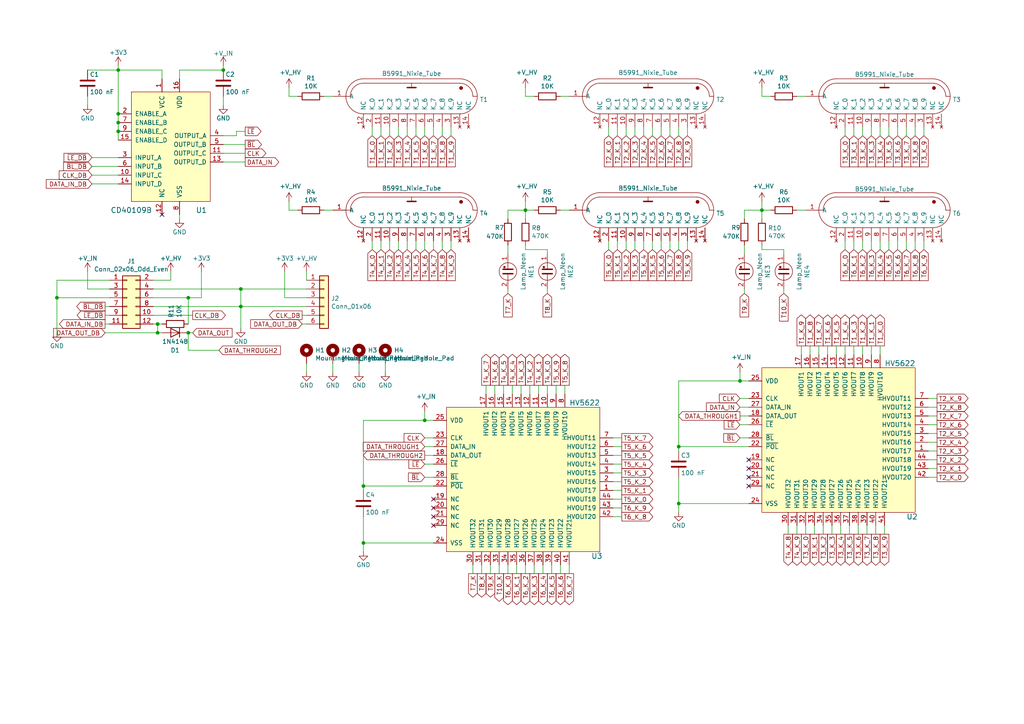
<source format=kicad_sch>
(kicad_sch (version 20231120) (generator "eeschema") (generator_version "8.0")
  (paper "A4")
  (junction (at 152.4 60.96))
  (junction (at 69.85 88.9))
  (junction (at 220.98 60.96))
  (junction (at 196.85 129.54))
  (junction (at 45.72 96.52))
  (junction (at 196.85 146.05))
  (junction (at 54.61 96.52))
  (junction (at 105.41 157.48))
  (junction (at 123.19 121.92))
  (junction (at 69.85 83.82))
  (junction (at 45.72 93.98))
  (junction (at 34.29 38.1))
  (junction (at 54.61 86.36))
  (junction (at 214.63 110.49))
  (junction (at 16.51 86.36))
  (junction (at 34.29 33.02))
  (junction (at 34.29 35.56))
  (junction (at 105.41 140.97))
  (junction (at 64.77 20.32))
  (junction (at 34.29 20.32))
  (no_connect (at 125.73 149.86))
  (no_connect (at 217.17 135.89))
  (no_connect (at 217.17 133.35))
  (no_connect (at 125.73 147.32))
  (no_connect (at 46.99 62.23))
  (no_connect (at 217.17 138.43))
  (no_connect (at 125.73 144.78))
  (no_connect (at 217.17 140.97))
  (no_connect (at 125.73 152.4))
  (wire (pts (xy 157.48 163.83) (xy 157.48 166.37)))
  (wire (pts (xy 153.67 114.3) (xy 153.67 111.76)))
  (wire (pts (xy 179.07 36.83) (xy 179.07 39.37)))
  (wire (pts (xy 115.57 72.39) (xy 115.57 69.85)))
  (wire (pts (xy 191.77 69.85) (xy 191.77 72.39)))
  (wire (pts (xy 87.63 93.98) (xy 88.9 93.98)))
  (wire (pts (xy 189.23 36.83) (xy 189.23 39.37)))
  (wire (pts (xy 130.81 72.39) (xy 130.81 69.85)))
  (wire (pts (xy 252.73 102.87) (xy 252.73 100.33)))
  (wire (pts (xy 163.83 114.3) (xy 163.83 111.76)))
  (wire (pts (xy 69.85 88.9) (xy 69.85 95.25)))
  (wire (pts (xy 25.4 30.48) (xy 25.4 27.94)))
  (wire (pts (xy 111.76 107.95) (xy 111.76 105.41)))
  (wire (pts (xy 256.54 152.4) (xy 256.54 154.94)))
  (wire (pts (xy 154.94 166.37) (xy 154.94 163.83)))
  (wire (pts (xy 231.14 60.96) (xy 233.68 60.96)))
  (wire (pts (xy 269.24 130.81) (xy 271.78 130.81)))
  (wire (pts (xy 149.86 166.37) (xy 149.86 163.83)))
  (wire (pts (xy 152.4 72.39) (xy 158.75 72.39)))
  (wire (pts (xy 105.41 121.92) (xy 123.19 121.92)))
  (wire (pts (xy 252.73 72.39) (xy 252.73 69.85)))
  (wire (pts (xy 152.4 58.42) (xy 152.4 60.96)))
  (wire (pts (xy 196.85 138.43) (xy 196.85 146.05)))
  (wire (pts (xy 144.78 166.37) (xy 144.78 163.83)))
  (wire (pts (xy 220.98 25.4) (xy 220.98 27.94)))
  (wire (pts (xy 147.32 63.5) (xy 147.32 60.96)))
  (wire (pts (xy 161.29 111.76) (xy 161.29 114.3)))
  (wire (pts (xy 34.29 20.32) (xy 34.29 33.02)))
  (wire (pts (xy 255.27 39.37) (xy 255.27 36.83)))
  (wire (pts (xy 227.33 83.82) (xy 227.33 85.09)))
  (wire (pts (xy 265.43 39.37) (xy 265.43 36.83)))
  (wire (pts (xy 64.77 27.94) (xy 64.77 30.48)))
  (wire (pts (xy 143.51 114.3) (xy 143.51 111.76)))
  (wire (pts (xy 181.61 39.37) (xy 181.61 36.83)))
  (wire (pts (xy 107.95 69.85) (xy 107.95 72.39)))
  (wire (pts (xy 177.8 149.86) (xy 180.34 149.86)))
  (wire (pts (xy 44.45 88.9) (xy 69.85 88.9)))
  (wire (pts (xy 227.33 72.39) (xy 227.33 73.66)))
  (wire (pts (xy 196.85 146.05) (xy 196.85 148.59)))
  (wire (pts (xy 123.19 121.92) (xy 125.73 121.92)))
  (wire (pts (xy 215.9 85.09) (xy 215.9 83.82)))
  (wire (pts (xy 180.34 132.08) (xy 177.8 132.08)))
  (wire (pts (xy 26.67 50.8) (xy 34.29 50.8)))
  (wire (pts (xy 220.98 72.39) (xy 227.33 72.39)))
  (wire (pts (xy 125.73 140.97) (xy 105.41 140.97)))
  (wire (pts (xy 34.29 19.05) (xy 34.29 20.32)))
  (wire (pts (xy 271.78 128.27) (xy 269.24 128.27)))
  (wire (pts (xy 69.85 83.82) (xy 88.9 83.82)))
  (wire (pts (xy 158.75 114.3) (xy 158.75 111.76)))
  (wire (pts (xy 177.8 139.7) (xy 180.34 139.7)))
  (wire (pts (xy 255.27 69.85) (xy 255.27 72.39)))
  (wire (pts (xy 110.49 39.37) (xy 110.49 36.83)))
  (wire (pts (xy 262.89 36.83) (xy 262.89 39.37)))
  (wire (pts (xy 125.73 157.48) (xy 105.41 157.48)))
  (wire (pts (xy 125.73 134.62) (xy 123.19 134.62)))
  (wire (pts (xy 176.53 39.37) (xy 176.53 36.83)))
  (wire (pts (xy 243.84 154.94) (xy 243.84 152.4)))
  (wire (pts (xy 152.4 25.4) (xy 152.4 27.94)))
  (wire (pts (xy 140.97 111.76) (xy 140.97 114.3)))
  (wire (pts (xy 25.4 83.82) (xy 25.4 78.74)))
  (wire (pts (xy 120.65 72.39) (xy 120.65 69.85)))
  (wire (pts (xy 123.19 127) (xy 125.73 127)))
  (wire (pts (xy 93.98 60.96) (xy 96.52 60.96)))
  (wire (pts (xy 87.63 91.44) (xy 88.9 91.44)))
  (wire (pts (xy 147.32 163.83) (xy 147.32 166.37)))
  (wire (pts (xy 125.73 129.54) (xy 123.19 129.54)))
  (wire (pts (xy 245.11 69.85) (xy 245.11 72.39)))
  (wire (pts (xy 146.05 111.76) (xy 146.05 114.3)))
  (wire (pts (xy 247.65 102.87) (xy 247.65 100.33)))
  (wire (pts (xy 64.77 20.32) (xy 64.77 19.05)))
  (wire (pts (xy 236.22 152.4) (xy 236.22 154.94)))
  (wire (pts (xy 152.4 163.83) (xy 152.4 166.37)))
  (wire (pts (xy 269.24 135.89) (xy 271.78 135.89)))
  (wire (pts (xy 125.73 39.37) (xy 125.73 36.83)))
  (wire (pts (xy 31.75 86.36) (xy 16.51 86.36)))
  (wire (pts (xy 271.78 123.19) (xy 269.24 123.19)))
  (wire (pts (xy 52.07 62.23) (xy 52.07 63.5)))
  (wire (pts (xy 255.27 100.33) (xy 255.27 102.87)))
  (wire (pts (xy 88.9 78.74) (xy 88.9 81.28)))
  (wire (pts (xy 125.73 72.39) (xy 125.73 69.85)))
  (wire (pts (xy 246.38 152.4) (xy 246.38 154.94)))
  (wire (pts (xy 180.34 137.16) (xy 177.8 137.16)))
  (wire (pts (xy 88.9 105.41) (xy 88.9 107.95)))
  (wire (pts (xy 252.73 36.83) (xy 252.73 39.37)))
  (wire (pts (xy 245.11 100.33) (xy 245.11 102.87)))
  (wire (pts (xy 118.11 69.85) (xy 118.11 72.39)))
  (wire (pts (xy 34.29 48.26) (xy 26.67 48.26)))
  (wire (pts (xy 31.75 91.44) (xy 30.48 91.44)))
  (wire (pts (xy 217.17 129.54) (xy 196.85 129.54)))
  (wire (pts (xy 271.78 133.35) (xy 269.24 133.35)))
  (wire (pts (xy 137.16 163.83) (xy 137.16 166.37)))
  (wire (pts (xy 147.32 85.09) (xy 147.32 83.82)))
  (wire (pts (xy 181.61 69.85) (xy 181.61 72.39)))
  (wire (pts (xy 130.81 39.37) (xy 130.81 36.83)))
  (wire (pts (xy 214.63 110.49) (xy 217.17 110.49)))
  (wire (pts (xy 158.75 72.39) (xy 158.75 73.66)))
  (wire (pts (xy 215.9 60.96) (xy 215.9 63.5)))
  (wire (pts (xy 245.11 39.37) (xy 245.11 36.83)))
  (wire (pts (xy 58.42 86.36) (xy 58.42 78.74)))
  (wire (pts (xy 215.9 71.12) (xy 215.9 73.66)))
  (wire (pts (xy 220.98 27.94) (xy 223.52 27.94)))
  (wire (pts (xy 147.32 71.12) (xy 147.32 73.66)))
  (wire (pts (xy 233.68 154.94) (xy 233.68 152.4)))
  (wire (pts (xy 115.57 39.37) (xy 115.57 36.83)))
  (wire (pts (xy 250.19 39.37) (xy 250.19 36.83)))
  (wire (pts (xy 16.51 86.36) (xy 16.51 81.28)))
  (wire (pts (xy 30.48 96.52) (xy 45.72 96.52)))
  (wire (pts (xy 44.45 83.82) (xy 69.85 83.82)))
  (wire (pts (xy 148.59 114.3) (xy 148.59 111.76)))
  (wire (pts (xy 232.41 100.33) (xy 232.41 102.87)))
  (wire (pts (xy 265.43 69.85) (xy 265.43 72.39)))
  (wire (pts (xy 68.58 39.37) (xy 68.58 38.1)))
  (wire (pts (xy 107.95 36.83) (xy 107.95 39.37)))
  (wire (pts (xy 196.85 130.81) (xy 196.85 129.54)))
  (wire (pts (xy 110.49 72.39) (xy 110.49 69.85)))
  (wire (pts (xy 46.99 96.52) (xy 45.72 96.52)))
  (wire (pts (xy 105.41 149.86) (xy 105.41 157.48)))
  (wire (pts (xy 240.03 100.33) (xy 240.03 102.87)))
  (wire (pts (xy 142.24 163.83) (xy 142.24 166.37)))
  (wire (pts (xy 31.75 81.28) (xy 16.51 81.28)))
  (wire (pts (xy 46.99 20.32) (xy 34.29 20.32)))
  (wire (pts (xy 152.4 27.94) (xy 154.94 27.94)))
  (wire (pts (xy 184.15 36.83) (xy 184.15 39.37)))
  (wire (pts (xy 260.35 69.85) (xy 260.35 72.39)))
  (wire (pts (xy 105.41 140.97) (xy 105.41 121.92)))
  (wire (pts (xy 44.45 91.44) (xy 55.88 91.44)))
  (wire (pts (xy 152.4 71.12) (xy 152.4 72.39)))
  (wire (pts (xy 26.67 45.72) (xy 34.29 45.72)))
  (wire (pts (xy 71.12 41.91) (xy 64.77 41.91)))
  (wire (pts (xy 88.9 86.36) (xy 82.55 86.36)))
  (wire (pts (xy 217.17 118.11) (xy 214.63 118.11)))
  (wire (pts (xy 196.85 110.49) (xy 214.63 110.49)))
  (wire (pts (xy 267.97 36.83) (xy 267.97 39.37)))
  (wire (pts (xy 220.98 58.42) (xy 220.98 60.96)))
  (wire (pts (xy 128.27 36.83) (xy 128.27 39.37)))
  (wire (pts (xy 177.8 144.78) (xy 180.34 144.78)))
  (wire (pts (xy 194.31 36.83) (xy 194.31 39.37)))
  (wire (pts (xy 177.8 134.62) (xy 180.34 134.62)))
  (wire (pts (xy 180.34 127) (xy 177.8 127)))
  (wire (pts (xy 152.4 60.96) (xy 154.94 60.96)))
  (wire (pts (xy 250.19 100.33) (xy 250.19 102.87)))
  (wire (pts (xy 269.24 125.73) (xy 271.78 125.73)))
  (wire (pts (xy 123.19 119.38) (xy 123.19 121.92)))
  (wire (pts (xy 220.98 63.5) (xy 220.98 60.96)))
  (wire (pts (xy 180.34 142.24) (xy 177.8 142.24)))
  (wire (pts (xy 69.85 88.9) (xy 88.9 88.9)))
  (wire (pts (xy 34.29 40.64) (xy 34.29 38.1)))
  (wire (pts (xy 271.78 138.43) (xy 269.24 138.43)))
  (wire (pts (xy 123.19 36.83) (xy 123.19 39.37)))
  (wire (pts (xy 82.55 86.36) (xy 82.55 78.74)))
  (wire (pts (xy 191.77 39.37) (xy 191.77 36.83)))
  (wire (pts (xy 83.82 27.94) (xy 86.36 27.94)))
  (wire (pts (xy 257.81 36.83) (xy 257.81 39.37)))
  (wire (pts (xy 83.82 25.4) (xy 83.82 27.94)))
  (wire (pts (xy 267.97 72.39) (xy 267.97 69.85)))
  (wire (pts (xy 16.51 96.52) (xy 16.51 86.36)))
  (wire (pts (xy 260.35 39.37) (xy 260.35 36.83)))
  (wire (pts (xy 31.75 83.82) (xy 25.4 83.82)))
  (wire (pts (xy 237.49 102.87) (xy 237.49 100.33)))
  (wire (pts (xy 234.95 100.33) (xy 234.95 102.87)))
  (wire (pts (xy 123.19 132.08) (xy 125.73 132.08)))
  (wire (pts (xy 251.46 152.4) (xy 251.46 154.94)))
  (wire (pts (xy 54.61 101.6) (xy 54.61 96.52)))
  (wire (pts (xy 162.56 27.94) (xy 165.1 27.94)))
  (wire (pts (xy 113.03 69.85) (xy 113.03 72.39)))
  (wire (pts (xy 179.07 72.39) (xy 179.07 69.85)))
  (wire (pts (xy 139.7 166.37) (xy 139.7 163.83)))
  (wire (pts (xy 214.63 120.65) (xy 217.17 120.65)))
  (wire (pts (xy 25.4 20.32) (xy 34.29 20.32)))
  (wire (pts (xy 120.65 39.37) (xy 120.65 36.83)))
  (wire (pts (xy 30.48 88.9) (xy 31.75 88.9)))
  (wire (pts (xy 189.23 72.39) (xy 189.23 69.85)))
  (wire (pts (xy 45.72 93.98) (xy 45.72 96.52)))
  (wire (pts (xy 105.41 142.24) (xy 105.41 140.97)))
  (wire (pts (xy 54.61 96.52) (xy 55.88 96.52)))
  (wire (pts (xy 54.61 101.6) (xy 63.5 101.6)))
  (wire (pts (xy 147.32 60.96) (xy 152.4 60.96)))
  (wire (pts (xy 30.48 93.98) (xy 31.75 93.98)))
  (wire (pts (xy 250.19 69.85) (xy 250.19 72.39)))
  (wire (pts (xy 156.21 111.76) (xy 156.21 114.3)))
  (wire (pts (xy 165.1 166.37) (xy 165.1 163.83)))
  (wire (pts (xy 151.13 111.76) (xy 151.13 114.3)))
  (wire (pts (xy 123.19 69.85) (xy 123.19 72.39)))
  (wire (pts (xy 196.85 39.37) (xy 196.85 36.83)))
  (wire (pts (xy 257.81 72.39) (xy 257.81 69.85)))
  (wire (pts (xy 128.27 69.85) (xy 128.27 72.39)))
  (wire (pts (xy 64.77 20.32) (xy 52.07 20.32)))
  (wire (pts (xy 34.29 35.56) (xy 34.29 33.02)))
  (wire (pts (xy 83.82 60.96) (xy 86.36 60.96)))
  (wire (pts (xy 123.19 138.43) (xy 125.73 138.43)))
  (wire (pts (xy 71.12 46.99) (xy 64.77 46.99)))
  (wire (pts (xy 220.98 60.96) (xy 215.9 60.96)))
  (wire (pts (xy 262.89 72.39) (xy 262.89 69.85)))
  (wire (pts (xy 271.78 118.11) (xy 269.24 118.11)))
  (wire (pts (xy 113.03 36.83) (xy 113.03 39.37)))
  (wire (pts (xy 52.07 22.86) (xy 52.07 20.32)))
  (wire (pts (xy 194.31 72.39) (xy 194.31 69.85)))
  (wire (pts (xy 217.17 123.19) (xy 214.63 123.19)))
  (wire (pts (xy 64.77 39.37) (xy 68.58 39.37)))
  (wire (pts (xy 186.69 39.37) (xy 186.69 36.83)))
  (wire (pts (xy 54.61 86.36) (xy 58.42 86.36)))
  (wire (pts (xy 34.29 53.34) (xy 26.67 53.34)))
  (wire (pts (xy 46.99 93.98) (xy 45.72 93.98)))
  (wire (pts (xy 220.98 71.12) (xy 220.98 72.39)))
  (wire (pts (xy 96.52 107.95) (xy 96.52 105.41)))
  (wire (pts (xy 83.82 58.42) (xy 83.82 60.96)))
  (wire (pts (xy 49.53 81.28) (xy 49.53 78.74)))
  (wire (pts (xy 247.65 36.83) (xy 247.65 39.37)))
  (wire (pts (xy 247.65 72.39) (xy 247.65 69.85)))
  (wire (pts (xy 248.92 154.94) (xy 248.92 152.4)))
  (wire (pts (xy 231.14 27.94) (xy 233.68 27.94)))
  (wire (pts (xy 105.41 157.48) (xy 105.41 160.02)))
  (wire (pts (xy 214.63 107.95) (xy 214.63 110.49)))
  (wire (pts (xy 269.24 115.57) (xy 271.78 115.57)))
  (wire (pts (xy 152.4 63.5) (xy 152.4 60.96)))
  (wire (pts (xy 162.56 163.83) (xy 162.56 166.37)))
  (wire (pts (xy 176.53 69.85) (xy 176.53 72.39)))
  (wire (pts (xy 177.8 129.54) (xy 180.34 129.54)))
  (wire (pts (xy 238.76 154.94) (xy 238.76 152.4)))
  (wire (pts (xy 71.12 44.45) (xy 64.77 44.45)))
  (wire (pts (xy 44.45 93.98) (xy 45.72 93.98)))
  (wire (pts (xy 162.56 60.96) (xy 165.1 60.96)))
  (wire (pts (xy 254 154.94) (xy 254 152.4)))
  (wire (pts (xy 44.45 81.28) (xy 49.53 81.28)))
  (wire (pts (xy 34.29 38.1) (xy 34.29 35.56)))
  (wire (pts (xy 118.11 36.83) (xy 118.11 39.37)))
  (wire (pts (xy 214.63 115.57) (xy 217.17 115.57)))
  (wire (pts (xy 231.14 152.4) (xy 231.14 154.94)))
  (wire (pts (xy 196.85 69.85) (xy 196.85 72.39)))
  (wire (pts (xy 69.85 83.82) (xy 69.85 88.9)))
  (wire (pts (xy 93.98 27.94) (xy 96.52 27.94)))
  (wire (pts (xy 199.39 72.39) (xy 199.39 69.85)))
  (wire (pts (xy 199.39 36.83) (xy 199.39 39.37)))
  (wire (pts (xy 158.75 83.82) (xy 158.75 85.09)))
  (wire (pts (xy 46.99 22.86) (xy 46.99 20.32)))
  (wire (pts (xy 186.69 69.85) (xy 186.69 72.39)))
  (wire (pts (xy 68.58 38.1) (xy 71.12 38.1)))
  (wire (pts (xy 54.61 93.98) (xy 54.61 86.36)))
  (wire (pts (xy 214.63 127) (xy 217.17 127)))
  (wire (pts (xy 242.57 102.87) (xy 242.57 100.33)))
  (wire (pts (xy 196.85 129.54) (xy 196.85 110.49)))
  (wire (pts (xy 180.34 147.32) (xy 177.8 147.32)))
  (wire (pts (xy 217.17 146.05) (xy 196.85 146.05)))
  (wire (pts (xy 228.6 154.94) (xy 228.6 152.4)))
  (wire (pts (xy 160.02 166.37) (xy 160.02 163.83)))
  (wire (pts (xy 184.15 72.39) (xy 184.15 69.85)))
  (wire (pts (xy 241.3 152.4) (xy 241.3 154.94)))
  (wire (pts (xy 104.14 105.41) (xy 104.14 107.95)))
  (wire (pts (xy 220.98 60.96) (xy 223.52 60.96)))
  (wire (pts (xy 269.24 120.65) (xy 271.78 120.65)))
  (wire (pts (xy 44.45 86.36) (xy 54.61 86.36)))
  (global_label "T6_K_6" (shape input) (at 260.35 72.39 270) (property "Intersheetrefs" "${INTERSHEET_REFS}" (effects (hide yes))))
  (global_label "~{LE_DB}" (shape output) (at 30.48 91.44 180) (property "Intersheetrefs" "${INTERSHEET_REFS}" (effects (hide yes))))
  (global_label "T1_K_7" (shape input) (at 125.73 39.37 270) (property "Intersheetrefs" "${INTERSHEET_REFS}" (effects (hide yes))))
  (global_label "CLK" (shape input) (at 123.19 127 180) (property "Intersheetrefs" "${INTERSHEET_REFS}" (effects (hide yes))))
  (global_label "~{LE}" (shape input) (at 123.19 134.62 180) (property "Intersheetrefs" "${INTERSHEET_REFS}" (effects (hide yes))))
  (global_label "T1_K_2" (shape output) (at 250.19 100.33 90) (property "Intersheetrefs" "${INTERSHEET_REFS}" (effects (hide yes))))
  (global_label "T9_K" (shape input) (at 215.9 85.09 270) (property "Intersheetrefs" "${INTERSHEET_REFS}" (effects (hide yes))))
  (global_label "T8_K" (shape input) (at 158.75 85.09 270) (property "Intersheetrefs" "${INTERSHEET_REFS}" (effects (hide yes))))
  (global_label "T3_K_8" (shape output) (at 254 154.94 270) (property "Intersheetrefs" "${INTERSHEET_REFS}" (effects (hide yes))))
  (global_label "T1_K_0" (shape output) (at 255.27 100.33 90) (property "Intersheetrefs" "${INTERSHEET_REFS}" (effects (hide yes))))
  (global_label "~{BL}" (shape input) (at 214.63 127 180) (property "Intersheetrefs" "${INTERSHEET_REFS}" (effects (hide yes))))
  (global_label "T8_K" (shape output) (at 139.7 166.37 270) (property "Intersheetrefs" "${INTERSHEET_REFS}" (effects (hide yes))))
  (global_label "T4_K_2" (shape output) (at 153.67 111.76 90) (property "Intersheetrefs" "${INTERSHEET_REFS}" (effects (hide yes))))
  (global_label "T2_K_4" (shape input) (at 186.69 39.37 270) (property "Intersheetrefs" "${INTERSHEET_REFS}" (effects (hide yes))))
  (global_label "T4_K_8" (shape input) (at 128.27 72.39 270) (property "Intersheetrefs" "${INTERSHEET_REFS}" (effects (hide yes))))
  (global_label "T5_K_3" (shape output) (at 180.34 137.16 0) (property "Intersheetrefs" "${INTERSHEET_REFS}" (effects (hide yes))))
  (global_label "T4_K_6" (shape output) (at 143.51 111.76 90) (property "Intersheetrefs" "${INTERSHEET_REFS}" (effects (hide yes))))
  (global_label "T5_K_8" (shape output) (at 163.83 111.76 90) (property "Intersheetrefs" "${INTERSHEET_REFS}" (effects (hide yes))))
  (global_label "T3_K_1" (shape input) (at 247.65 39.37 270) (property "Intersheetrefs" "${INTERSHEET_REFS}" (effects (hide yes))))
  (global_label "T1_K_0" (shape input) (at 107.95 39.37 270) (property "Intersheetrefs" "${INTERSHEET_REFS}" (effects (hide yes))))
  (global_label "T3_K_6" (shape input) (at 260.35 39.37 270) (property "Intersheetrefs" "${INTERSHEET_REFS}" (effects (hide yes))))
  (global_label "T5_K_5" (shape input) (at 189.23 72.39 270) (property "Intersheetrefs" "${INTERSHEET_REFS}" (effects (hide yes))))
  (global_label "T6_K_1" (shape output) (at 149.86 166.37 270) (property "Intersheetrefs" "${INTERSHEET_REFS}" (effects (hide yes))))
  (global_label "T6_K_5" (shape input) (at 257.81 72.39 270) (property "Intersheetrefs" "${INTERSHEET_REFS}" (effects (hide yes))))
  (global_label "T1_K_3" (shape output) (at 247.65 100.33 90) (property "Intersheetrefs" "${INTERSHEET_REFS}" (effects (hide yes))))
  (global_label "T6_K_9" (shape output) (at 180.34 147.32 0) (property "Intersheetrefs" "${INTERSHEET_REFS}" (effects (hide yes))))
  (global_label "DATA_IN" (shape output) (at 71.12 46.99 0) (property "Intersheetrefs" "${INTERSHEET_REFS}" (effects (hide yes))))
  (global_label "T10_K" (shape output) (at 144.78 166.37 270) (property "Intersheetrefs" "${INTERSHEET_REFS}" (effects (hide yes))))
  (global_label "T5_K_7" (shape output) (at 180.34 127 0) (property "Intersheetrefs" "${INTERSHEET_REFS}" (effects (hide yes))))
  (global_label "T2_K_9" (shape input) (at 199.39 39.37 270) (property "Intersheetrefs" "${INTERSHEET_REFS}" (effects (hide yes))))
  (global_label "CLK_DB" (shape input) (at 26.67 50.8 180) (property "Intersheetrefs" "${INTERSHEET_REFS}" (effects (hide yes))))
  (global_label "T2_K_0" (shape output) (at 271.78 138.43 0) (property "Intersheetrefs" "${INTERSHEET_REFS}" (effects (hide yes))))
  (global_label "T4_K_7" (shape output) (at 140.97 111.76 90) (property "Intersheetrefs" "${INTERSHEET_REFS}" (effects (hide yes))))
  (global_label "~{BL_DB}" (shape input) (at 26.67 48.26 180) (property "Intersheetrefs" "${INTERSHEET_REFS}" (effects (hide yes))))
  (global_label "T5_K_2" (shape input) (at 181.61 72.39 270) (property "Intersheetrefs" "${INTERSHEET_REFS}" (effects (hide yes))))
  (global_label "T3_K_7" (shape input) (at 262.89 39.37 270) (property "Intersheetrefs" "${INTERSHEET_REFS}" (effects (hide yes))))
  (global_label "T3_K_2" (shape input) (at 250.19 39.37 270) (property "Intersheetrefs" "${INTERSHEET_REFS}" (effects (hide yes))))
  (global_label "DATA_OUT_DB" (shape input) (at 87.63 93.98 180) (property "Intersheetrefs" "${INTERSHEET_REFS}" (effects (hide yes))))
  (global_label "T2_K_7" (shape output) (at 271.78 120.65 0) (property "Intersheetrefs" "${INTERSHEET_REFS}" (effects (hide yes))))
  (global_label "T4_K_0" (shape output) (at 158.75 111.76 90) (property "Intersheetrefs" "${INTERSHEET_REFS}" (effects (hide yes))))
  (global_label "DATA_THROUGH2" (shape output) (at 123.19 132.08 180) (property "Intersheetrefs" "${INTERSHEET_REFS}" (effects (hide yes))))
  (global_label "DATA_THROUGH1" (shape input) (at 123.19 129.54 180) (property "Intersheetrefs" "${INTERSHEET_REFS}" (effects (hide yes))))
  (global_label "T6_K_1" (shape input) (at 247.65 72.39 270) (property "Intersheetrefs" "${INTERSHEET_REFS}" (effects (hide yes))))
  (global_label "T5_K_5" (shape output) (at 180.34 132.08 0) (property "Intersheetrefs" "${INTERSHEET_REFS}" (effects (hide yes))))
  (global_label "T3_K_4" (shape input) (at 255.27 39.37 270) (property "Intersheetrefs" "${INTERSHEET_REFS}" (effects (hide yes))))
  (global_label "T6_K_3" (shape input) (at 252.73 72.39 270) (property "Intersheetrefs" "${INTERSHEET_REFS}" (effects (hide yes))))
  (global_label "T1_K_5" (shape input) (at 120.65 39.37 270) (property "Intersheetrefs" "${INTERSHEET_REFS}" (effects (hide yes))))
  (global_label "T5_K_0" (shape output) (at 180.34 144.78 0) (property "Intersheetrefs" "${INTERSHEET_REFS}" (effects (hide yes))))
  (global_label "T6_K_7" (shape output) (at 165.1 166.37 270) (property "Intersheetrefs" "${INTERSHEET_REFS}" (effects (hide yes))))
  (global_label "DATA_IN_DB" (shape input) (at 26.67 53.34 180) (property "Intersheetrefs" "${INTERSHEET_REFS}" (effects (hide yes))))
  (global_label "T5_K_0" (shape input) (at 176.53 72.39 270) (property "Intersheetrefs" "${INTERSHEET_REFS}" (effects (hide yes))))
  (global_label "T2_K_2" (shape input) (at 181.61 39.37 270) (property "Intersheetrefs" "${INTERSHEET_REFS}" (effects (hide yes))))
  (global_label "T2_K_8" (shape input) (at 196.85 39.37 270) (property "Intersheetrefs" "${INTERSHEET_REFS}" (effects (hide yes))))
  (global_label "T5_K_9" (shape output) (at 161.29 111.76 90) (property "Intersheetrefs" "${INTERSHEET_REFS}" (effects (hide yes))))
  (global_label "T3_K_0" (shape input) (at 245.11 39.37 270) (property "Intersheetrefs" "${INTERSHEET_REFS}" (effects (hide yes))))
  (global_label "T6_K_4" (shape output) (at 157.48 166.37 270) (property "Intersheetrefs" "${INTERSHEET_REFS}" (effects (hide yes))))
  (global_label "T5_K_4" (shape input) (at 186.69 72.39 270) (property "Intersheetrefs" "${INTERSHEET_REFS}" (effects (hide yes))))
  (global_label "T6_K_2" (shape output) (at 152.4 166.37 270) (property "Intersheetrefs" "${INTERSHEET_REFS}" (effects (hide yes))))
  (global_label "T4_K_3" (shape output) (at 151.13 111.76 90) (property "Intersheetrefs" "${INTERSHEET_REFS}" (effects (hide yes))))
  (global_label "T6_K_0" (shape input) (at 245.11 72.39 270) (property "Intersheetrefs" "${INTERSHEET_REFS}" (effects (hide yes))))
  (global_label "T1_K_5" (shape output) (at 242.57 100.33 90) (property "Intersheetrefs" "${INTERSHEET_REFS}" (effects (hide yes))))
  (global_label "DATA_THROUGH1" (shape output) (at 214.63 120.65 180) (property "Intersheetrefs" "${INTERSHEET_REFS}" (effects (hide yes))))
  (global_label "DATA_OUT" (shape input) (at 55.88 96.52 0) (property "Intersheetrefs" "${INTERSHEET_REFS}" (effects (hide yes))))
  (global_label "T1_K_1" (shape input) (at 110.49 39.37 270) (property "Intersheetrefs" "${INTERSHEET_REFS}" (effects (hide yes))))
  (global_label "T2_K_5" (shape output) (at 271.78 125.73 0) (property "Intersheetrefs" "${INTERSHEET_REFS}" (effects (hide yes))))
  (global_label "T1_K_8" (shape output) (at 234.95 100.33 90) (property "Intersheetrefs" "${INTERSHEET_REFS}" (effects (hide yes))))
  (global_label "T6_K_5" (shape output) (at 160.02 166.37 270) (property "Intersheetrefs" "${INTERSHEET_REFS}" (effects (hide yes))))
  (global_label "T7_K" (shape input) (at 147.32 85.09 270) (property "Intersheetrefs" "${INTERSHEET_REFS}" (effects (hide yes))))
  (global_label "T1_K_1" (shape output) (at 252.73 100.33 90) (property "Intersheetrefs" "${INTERSHEET_REFS}" (effects (hide yes))))
  (global_label "T9_K" (shape output) (at 142.24 166.37 270) (property "Intersheetrefs" "${INTERSHEET_REFS}" (effects (hide yes))))
  (global_label "T3_K_9" (shape input) (at 267.97 39.37 270) (property "Intersheetrefs" "${INTERSHEET_REFS}" (effects (hide yes))))
  (global_label "T4_K_4" (shape input) (at 118.11 72.39 270) (property "Intersheetrefs" "${INTERSHEET_REFS}" (effects (hide yes))))
  (global_label "T4_K_7" (shape input) (at 125.73 72.39 270) (property "Intersheetrefs" "${INTERSHEET_REFS}" (effects (hide yes))))
  (global_label "CLK" (shape input) (at 214.63 115.57 180) (property "Intersheetrefs" "${INTERSHEET_REFS}" (effects (hide yes))))
  (global_label "T4_K_1" (shape output) (at 156.21 111.76 90) (property "Intersheetrefs" "${INTERSHEET_REFS}" (effects (hide yes))))
  (global_label "T2_K_0" (shape input) (at 176.53 39.37 270) (property "Intersheetrefs" "${INTERSHEET_REFS}" (effects (hide yes))))
  (global_label "T6_K_9" (shape input) (at 267.97 72.39 270) (property "Intersheetrefs" "${INTERSHEET_REFS}" (effects (hide yes))))
  (global_label "T1_K_4" (shape input) (at 118.11 39.37 270) (property "Intersheetrefs" "${INTERSHEET_REFS}" (effects (hide yes))))
  (global_label "T7_K" (shape output) (at 137.16 166.37 270) (property "Intersheetrefs" "${INTERSHEET_REFS}" (effects (hide yes))))
  (global_label "T3_K_1" (shape output) (at 236.22 154.94 270) (property "Intersheetrefs" "${INTERSHEET_REFS}" (effects (hide yes))))
  (global_label "T4_K_8" (shape output) (at 228.6 154.94 270) (property "Intersheetrefs" "${INTERSHEET_REFS}" (effects (hide yes))))
  (global_label "T4_K_9" (shape output) (at 231.14 154.94 270) (property "Intersheetrefs" "${INTERSHEET_REFS}" (effects (hide yes))))
  (global_label "T2_K_1" (shape output) (at 271.78 135.89 0) (property "Intersheetrefs" "${INTERSHEET_REFS}" (effects (hide yes))))
  (global_label "DATA_IN" (shape input) (at 214.63 118.11 180) (property "Intersheetrefs" "${INTERSHEET_REFS}" (effects (hide yes))))
  (global_label "T4_K_9" (shape input) (at 130.81 72.39 270) (property "Intersheetrefs" "${INTERSHEET_REFS}" (effects (hide yes))))
  (global_label "T4_K_2" (shape input) (at 113.03 72.39 270) (property "Intersheetrefs" "${INTERSHEET_REFS}" (effects (hide yes))))
  (global_label "~{BL}" (shape output) (at 71.12 41.91 0) (property "Intersheetrefs" "${INTERSHEET_REFS}" (effects (hide yes))))
  (global_label "DATA_THROUGH2" (shape input) (at 63.5 101.6 0) (property "Intersheetrefs" "${INTERSHEET_REFS}" (effects (hide yes))))
  (global_label "T5_K_2" (shape output) (at 180.34 139.7 0) (property "Intersheetrefs" "${INTERSHEET_REFS}" (effects (hide yes))))
  (global_label "T4_K_5" (shape input) (at 120.65 72.39 270) (property "Intersheetrefs" "${INTERSHEET_REFS}" (effects (hide yes))))
  (global_label "T3_K_0" (shape output) (at 233.68 154.94 270) (property "Intersheetrefs" "${INTERSHEET_REFS}" (effects (hide yes))))
  (global_label "T2_K_2" (shape output) (at 271.78 133.35 0) (property "Intersheetrefs" "${INTERSHEET_REFS}" (effects (hide yes))))
  (global_label "T2_K_3" (shape output) (at 271.78 130.81 0) (property "Intersheetrefs" "${INTERSHEET_REFS}" (effects (hide yes))))
  (global_label "T6_K_3" (shape output) (at 154.94 166.37 270) (property "Intersheetrefs" "${INTERSHEET_REFS}" (effects (hide yes))))
  (global_label "T6_K_7" (shape input) (at 262.89 72.39 270) (property "Intersheetrefs" "${INTERSHEET_REFS}" (effects (hide yes))))
  (global_label "CLK" (shape output) (at 71.12 44.45 0) (property "Intersheetrefs" "${INTERSHEET_REFS}" (effects (hide yes))))
  (global_label "T2_K_4" (shape output) (at 271.78 128.27 0) (property "Intersheetrefs" "${INTERSHEET_REFS}" (effects (hide yes))))
  (global_label "T4_K_1" (shape input) (at 110.49 72.39 270) (property "Intersheetrefs" "${INTERSHEET_REFS}" (effects (hide yes))))
  (global_label "T3_K_3" (shape output) (at 241.3 154.94 270) (property "Intersheetrefs" "${INTERSHEET_REFS}" (effects (hide yes))))
  (global_label "T5_K_7" (shape input) (at 194.31 72.39 270) (property "Intersheetrefs" "${INTERSHEET_REFS}" (effects (hide yes))))
  (global_label "T6_K_0" (shape output) (at 147.32 166.37 270) (property "Intersheetrefs" "${INTERSHEET_REFS}" (effects (hide yes))))
  (global_label "T6_K_6" (shape output) (at 162.56 166.37 270) (property "Intersheetrefs" "${INTERSHEET_REFS}" (effects (hide yes))))
  (global_label "T6_K_8" (shape output) (at 180.34 149.86 0) (property "Intersheetrefs" "${INTERSHEET_REFS}" (effects (hide yes))))
  (global_label "T4_K_6" (shape input) (at 123.19 72.39 270) (property "Intersheetrefs" "${INTERSHEET_REFS}" (effects (hide yes))))
  (global_label "T1_K_2" (shape input) (at 113.03 39.37 270) (property "Intersheetrefs" "${INTERSHEET_REFS}" (effects (hide yes))))
  (global_label "T6_K_4" (shape input) (at 255.27 72.39 270) (property "Intersheetrefs" "${INTERSHEET_REFS}" (effects (hide yes))))
  (global_label "T5_K_6" (shape output) (at 180.34 129.54 0) (property "Intersheetrefs" "${INTERSHEET_REFS}" (effects (hide yes))))
  (global_label "T1_K_3" (shape input) (at 115.57 39.37 270) (property "Intersheetrefs" "${INTERSHEET_REFS}" (effects (hide yes))))
  (global_label "T5_K_8" (shape input) (at 196.85 72.39 270) (property "Intersheetrefs" "${INTERSHEET_REFS}" (effects (hide yes))))
  (global_label "T5_K_4" (shape output) (at 180.34 134.62 0) (property "Intersheetrefs" "${INTERSHEET_REFS}" (effects (hide yes))))
  (global_label "CLK_DB" (shape output) (at 55.88 91.44 0) (property "Intersheetrefs" "${INTERSHEET_REFS}" (effects (hide yes))))
  (global_label "T2_K_1" (shape input) (at 179.07 39.37 270) (property "Intersheetrefs" "${INTERSHEET_REFS}" (effects (hide yes))))
  (global_label "T2_K_6" (shape output) (at 271.78 123.19 0) (property "Intersheetrefs" "${INTERSHEET_REFS}" (effects (hide yes))))
  (global_label "T4_K_3" (shape input) (at 115.57 72.39 270) (property "Intersheetrefs" "${INTERSHEET_REFS}" (effects (hide yes))))
  (global_label "T1_K_6" (shape output) (at 240.03 100.33 90) (property "Intersheetrefs" "${INTERSHEET_REFS}" (effects (hide yes))))
  (global_label "T10_K" (shape input) (at 227.33 85.09 270) (property "Intersheetrefs" "${INTERSHEET_REFS}" (effects (hide yes))))
  (global_label "T4_K_5" (shape output) (at 146.05 111.76 90) (property "Intersheetrefs" "${INTERSHEET_REFS}" (effects (hide yes))))
  (global_label "T1_K_4" (shape output) (at 245.11 100.33 90) (property "Intersheetrefs" "${INTERSHEET_REFS}" (effects (hide yes))))
  (global_label "T2_K_6" (shape input) (at 191.77 39.37 270) (property "Intersheetrefs" "${INTERSHEET_REFS}" (effects (hide yes))))
  (global_label "T5_K_6" (shape input) (at 191.77 72.39 270) (property "Intersheetrefs" "${INTERSHEET_REFS}" (effects (hide yes))))
  (global_label "T5_K_1" (shape output) (at 180.34 142.24 0) (property "Intersheetrefs" "${INTERSHEET_REFS}" (effects (hide yes))))
  (global_label "T3_K_8" (shape input) (at 265.43 39.37 270) (property "Intersheetrefs" "${INTERSHEET_REFS}" (effects (hide yes))))
  (global_label "T4_K_4" (shape output) (at 148.59 111.76 90) (property "Intersheetrefs" "${INTERSHEET_REFS}" (effects (hide yes))))
  (global_label "DATA_OUT_DB" (shape input) (at 30.48 96.52 180) (property "Intersheetrefs" "${INTERSHEET_REFS}" (effects (hide yes))))
  (global_label "T5_K_9" (shape input) (at 199.39 72.39 270) (property "Intersheetrefs" "${INTERSHEET_REFS}" (effects (hide yes))))
  (global_label "T3_K_5" (shape input) (at 257.81 39.37 270) (property "Intersheetrefs" "${INTERSHEET_REFS}" (effects (hide yes))))
  (global_label "~{BL_DB}" (shape output) (at 30.48 88.9 180) (property "Intersheetrefs" "${INTERSHEET_REFS}" (effects (hide yes))))
  (global_label "~{LE_DB}" (shape input) (at 26.67 45.72 180) (property "Intersheetrefs" "${INTERSHEET_REFS}" (effects (hide yes))))
  (global_label "T5_K_1" (shape input) (at 179.07 72.39 270) (property "Intersheetrefs" "${INTERSHEET_REFS}" (effects (hide yes))))
  (global_label "T1_K_9" (shape input) (at 130.81 39.37 270) (property "Intersheetrefs" "${INTERSHEET_REFS}" (effects (hide yes))))
  (global_label "T3_K_5" (shape output) (at 246.38 154.94 270) (property "Intersheetrefs" "${INTERSHEET_REFS}" (effects (hide yes))))
  (global_label "T4_K_0" (shape input) (at 107.95 72.39 270) (property "Intersheetrefs" "${INTERSHEET_REFS}" (effects (hide yes))))
  (global_label "T3_K_7" (shape output) (at 251.46 154.94 270) (property "Intersheetrefs" "${INTERSHEET_REFS}" (effects (hide yes))))
  (global_label "T3_K_2" (shape output) (at 238.76 154.94 270) (property "Intersheetrefs" "${INTERSHEET_REFS}" (effects (hide yes))))
  (global_label "T2_K_7" (shape input) (at 194.31 39.37 270) (property "Intersheetrefs" "${INTERSHEET_REFS}" (effects (hide yes))))
  (global_label "T1_K_6" (shape input) (at 123.19 39.37 270) (property "Intersheetrefs" "${INTERSHEET_REFS}" (effects (hide yes))))
  (global_label "~{BL}" (shape input) (at 123.19 138.43 180) (property "Intersheetrefs" "${INTERSHEET_REFS}" (effects (hide yes))))
  (global_label "T1_K_8" (shape input) (at 128.27 39.37 270) (property "Intersheetrefs" "${INTERSHEET_REFS}" (effects (hide yes))))
  (global_label "T1_K_9" (shape output) (at 232.41 100.33 90) (property "Intersheetrefs" "${INTERSHEET_REFS}" (effects (hide yes))))
  (global_label "~{LE}" (shape output) (at 71.12 38.1 0) (property "Intersheetrefs" "${INTERSHEET_REFS}" (effects (hide yes))))
  (global_label "T3_K_9" (shape output) (at 256.54 154.94 270) (property "Intersheetrefs" "${INTERSHEET_REFS}" (effects (hide yes))))
  (global_label "T5_K_3" (shape input) (at 184.15 72.39 270) (property "Intersheetrefs" "${INTERSHEET_REFS}" (effects (hide yes))))
  (global_label "T2_K_3" (shape input) (at 184.15 39.37 270) (property "Intersheetrefs" "${INTERSHEET_REFS}" (effects (hide yes))))
  (global_label "T3_K_4" (shape output) (at 243.84 154.94 270) (property "Intersheetrefs" "${INTERSHEET_REFS}" (effects (hide yes))))
  (global_label "T6_K_2" (shape input) (at 250.19 72.39 270) (property "Intersheetrefs" "${INTERSHEET_REFS}" (effects (hide yes))))
  (global_label "T2_K_5" (shape input) (at 189.23 39.37 270) (property "Intersheetrefs" "${INTERSHEET_REFS}" (effects (hide yes))))
  (global_label "T6_K_8" (shape input) (at 265.43 72.39 270) (property "Intersheetrefs" "${INTERSHEET_REFS}" (effects (hide yes))))
  (global_label "T3_K_6" (shape output) (at 248.92 154.94 270) (property "Intersheetrefs" "${INTERSHEET_REFS}" (effects (hide yes))))
  (global_label "T3_K_3" (shape input) (at 252.73 39.37 270) (property "Intersheetrefs" "${INTERSHEET_REFS}" (effects (hide yes))))
  (global_label "T2_K_9" (shape output) (at 271.78 115.57 0) (property "Intersheetrefs" "${INTERSHEET_REFS}" (effects (hide yes))))
  (global_label "CLK_DB" (shape output) (at 87.63 91.44 180) (property "Intersheetrefs" "${INTERSHEET_REFS}" (effects (hide yes))))
  (global_label "T1_K_7" (shape output) (at 237.49 100.33 90) (property "Intersheetrefs" "${INTERSHEET_REFS}" (effects (hide yes))))
  (global_label "T2_K_8" (shape output) (at 271.78 118.11 0) (property "Intersheetrefs" "${INTERSHEET_REFS}" (effects (hide yes))))
  (global_label "DATA_IN_DB" (shape output) (at 30.48 93.98 180) (property "Intersheetrefs" "${INTERSHEET_REFS}" (effects (hide yes))))
  (global_label "~{LE}" (shape input) (at 214.63 123.19 180) (property "Intersheetrefs" "${INTERSHEET_REFS}" (effects (hide yes))))
  (symbol (lib_id "Device:C") (at 25.4 24.13 0) (unit 1)
    (property "Reference" "C1" (at 26.035 21.59 0) (effects (justify left)))
    (property "Value" "100 nF" (at 26.035 26.67 0) (effects (justify left)))
    (property "Footprint" "Capacitor_SMD:C_0805_2012Metric" (effects (hide yes)))
  )
  (symbol (lib_id "Device:C") (at 64.77 24.13 0) (unit 1)
    (property "Reference" "C2" (at 65.405 21.59 0) (effects (justify left)))
    (property "Value" "100 nF" (at 65.405 26.67 0) (effects (justify left)))
    (property "Footprint" "Capacitor_SMD:C_0805_2012Metric" (effects (hide yes)))
  )
  (symbol (lib_id "B5991-rescue:GND-power") (at 52.07 63.5 0) (unit 1)
    (property "Reference" "#PWR011" (effects (hide yes)))
    (property "Value" "GND" (at 52.07 67.31 0))
  )
  (symbol (lib_id "B5991-rescue:GND-power") (at 25.4 30.48 0) (unit 1)
    (property "Reference" "#PWR06" (effects (hide yes)))
    (property "Value" "GND" (at 25.4 34.29 0))
  )
  (symbol (lib_id "B5991-rescue:+V_IN-TubeClock") (at 64.77 19.05 0) (unit 1)
    (property "Reference" "#PWR02" (effects (hide yes)))
    (property "Value" "+V_IN" (at 64.77 15.494 0))
  )
  (symbol (lib_id "B5991-rescue:CD40109B-TubeClock") (at 49.53 43.18 0) (unit 1)
    (property "Reference" "U1" (at 58.42 60.96 0) (effects (font (size 1.524 1.524))))
    (property "Value" "CD40109B" (at 38.1 60.96 0) (effects (font (size 1.524 1.524))))
    (property "Footprint" "Package_SO:SOIC-16W_5.3x10.2mm_P1.27mm" (effects (hide yes)))
  )
  (symbol (lib_id "B5991-rescue:HV5622-TubeClock") (at 152.4 138.43 0) (unit 1)
    (property "Reference" "U3" (at 171.45 161.29 0) (effects (font (size 1.524 1.524)) (justify left)))
    (property "Value" "HV5622" (at 165.1 116.84 0) (effects (font (size 1.524 1.524)) (justify left)))
    (property "Footprint" "Package_LCC:PLCC-44_16.6x16.6mm_P1.27mm" (effects (hide yes)))
  )
  (symbol (lib_id "B5991-rescue:HV5622-TubeClock") (at 243.84 127 0) (unit 1)
    (property "Reference" "U2" (at 262.89 149.86 0) (effects (font (size 1.524 1.524)) (justify left)))
    (property "Value" "HV5622" (at 256.54 105.41 0) (effects (font (size 1.524 1.524)) (justify left)))
    (property "Footprint" "Package_LCC:PLCC-44_16.6x16.6mm_P1.27mm" (effects (hide yes)))
  )
  (symbol (lib_id "B5991-rescue:GND-power") (at 64.77 30.48 0) (unit 1)
    (property "Reference" "#PWR07" (effects (hide yes)))
    (property "Value" "GND" (at 64.77 34.29 0))
  )
  (symbol (lib_id "Device:R") (at 90.17 27.94 270) (unit 1)
    (property "Reference" "R1" (at 90.17 22.6822 90))
    (property "Value" "10K" (at 90.17 24.9936 90))
    (property "Footprint" "Resistor_SMD:R_1206_3216Metric" (effects (hide yes)))
  )
  (symbol (lib_id "B5991-rescue:+V_HV-TubeClock") (at 83.82 25.4 0) (unit 1)
    (property "Reference" "#PWR03" (effects (hide yes)))
    (property "Value" "+V_HV" (at 84.201 21.0058 0))
  )
  (symbol (lib_id "Device:R") (at 158.75 27.94 270) (unit 1)
    (property "Reference" "R2" (at 158.75 22.6822 90))
    (property "Value" "10K" (at 158.75 24.9936 90))
    (property "Footprint" "Resistor_SMD:R_1206_3216Metric" (effects (hide yes)))
  )
  (symbol (lib_id "B5991-rescue:+V_HV-TubeClock") (at 152.4 25.4 0) (unit 1)
    (property "Reference" "#PWR04" (effects (hide yes)))
    (property "Value" "+V_HV" (at 152.781 21.0058 0))
  )
  (symbol (lib_id "Device:R") (at 90.17 60.96 270) (unit 1)
    (property "Reference" "R4" (at 90.17 55.7022 90))
    (property "Value" "10K" (at 90.17 58.0136 90))
    (property "Footprint" "Resistor_SMD:R_1206_3216Metric" (effects (hide yes)))
  )
  (symbol (lib_id "B5991-rescue:+V_HV-TubeClock") (at 83.82 58.42 0) (unit 1)
    (property "Reference" "#PWR08" (effects (hide yes)))
    (property "Value" "+V_HV" (at 84.201 54.0258 0))
  )
  (symbol (lib_id "Device:Lamp_Neon") (at 147.32 78.74 180) (unit 1)
    (property "Reference" "NE1" (at 154.051 78.74 90))
    (property "Value" "Lamp_Neon" (at 151.7396 78.74 90))
    (property "Footprint" "Connector_PinSocket_2.54mm:PinSocket_1x02_P2.54mm_Vertical" (effects (hide yes)))
  )
  (symbol (lib_id "Device:R") (at 147.32 67.31 180) (unit 1)
    (property "Reference" "R7" (at 143.51 66.04 0) (effects (justify right)))
    (property "Value" "470K" (at 140.97 68.58 0) (effects (justify right)))
    (property "Footprint" "Resistor_SMD:R_1206_3216Metric" (effects (hide yes)))
  )
  (symbol (lib_id "Device:R") (at 158.75 60.96 270) (unit 1)
    (property "Reference" "R5" (at 158.75 55.7022 90))
    (property "Value" "10K" (at 158.75 58.0136 90))
    (property "Footprint" "Resistor_SMD:R_1206_3216Metric" (effects (hide yes)))
  )
  (symbol (lib_id "B5991-rescue:+V_HV-TubeClock") (at 152.4 58.42 0) (unit 1)
    (property "Reference" "#PWR09" (effects (hide yes)))
    (property "Value" "+V_HV" (at 152.781 54.0258 0))
  )
  (symbol (lib_id "Device:Lamp_Neon") (at 158.75 78.74 180) (unit 1)
    (property "Reference" "NE2" (at 165.481 78.74 90))
    (property "Value" "Lamp_Neon" (at 163.1696 78.74 90))
    (property "Footprint" "Connector_PinSocket_2.54mm:PinSocket_1x02_P2.54mm_Vertical" (effects (hide yes)))
  )
  (symbol (lib_id "Device:R") (at 152.4 67.31 180) (unit 1)
    (property "Reference" "R8" (at 154.178 66.1416 0) (effects (justify right)))
    (property "Value" "470K" (at 154.178 68.453 0) (effects (justify right)))
    (property "Footprint" "Resistor_SMD:R_1206_3216Metric" (effects (hide yes)))
  )
  (symbol (lib_id "Mechanical:MountingHole_Pad") (at 88.9 102.87 0) (unit 1)
    (property "Reference" "H1" (at 91.44 101.5746 0) (effects (justify left)))
    (property "Value" "MountingHole_Pad" (at 91.44 103.886 0) (effects (justify left)))
    (property "Footprint" "MountingHole:MountingHole_3.2mm_M3_Pad_Via" (effects (hide yes)))
  )
  (symbol (lib_id "Mechanical:MountingHole_Pad") (at 96.52 102.87 0) (unit 1)
    (property "Reference" "H2" (at 99.06 101.5746 0) (effects (justify left)))
    (property "Value" "MountingHole_Pad" (at 99.06 103.886 0) (effects (justify left)))
    (property "Footprint" "MountingHole:MountingHole_3.2mm_M3_Pad_Via" (effects (hide yes)))
  )
  (symbol (lib_id "Mechanical:MountingHole_Pad") (at 104.14 102.87 0) (unit 1)
    (property "Reference" "H3" (at 106.68 101.5746 0) (effects (justify left)))
    (property "Value" "MountingHole_Pad" (at 106.68 103.886 0) (effects (justify left)))
    (property "Footprint" "MountingHole:MountingHole_3.2mm_M3_Pad_Via" (effects (hide yes)))
  )
  (symbol (lib_id "Mechanical:MountingHole_Pad") (at 111.76 102.87 0) (unit 1)
    (property "Reference" "H4" (at 114.3 101.5746 0) (effects (justify left)))
    (property "Value" "MountingHole_Pad" (at 114.3 103.886 0) (effects (justify left)))
    (property "Footprint" "MountingHole:MountingHole_3.2mm_M3_Pad_Via" (effects (hide yes)))
  )
  (symbol (lib_id "B5991-rescue:GND-power") (at 88.9 107.95 0) (unit 1)
    (property "Reference" "#PWR019" (effects (hide yes)))
    (property "Value" "GND" (at 88.9 111.76 0))
  )
  (symbol (lib_id "B5991-rescue:GND-power") (at 96.52 107.95 0) (unit 1)
    (property "Reference" "#PWR020" (effects (hide yes)))
    (property "Value" "GND" (at 96.52 111.76 0))
  )
  (symbol (lib_id "B5991-rescue:GND-power") (at 104.14 107.95 0) (unit 1)
    (property "Reference" "#PWR021" (effects (hide yes)))
    (property "Value" "GND" (at 104.14 111.76 0))
  )
  (symbol (lib_id "B5991-rescue:GND-power") (at 111.76 107.95 0) (unit 1)
    (property "Reference" "#PWR022" (effects (hide yes)))
    (property "Value" "GND" (at 111.76 111.76 0))
  )
  (symbol (lib_id "Device:R") (at 227.33 27.94 270) (unit 1)
    (property "Reference" "R3" (at 227.33 22.6822 90))
    (property "Value" "10K" (at 227.33 24.9936 90))
    (property "Footprint" "Resistor_SMD:R_1206_3216Metric" (effects (hide yes)))
  )
  (symbol (lib_id "B5991-rescue:+V_HV-TubeClock") (at 220.98 25.4 0) (unit 1)
    (property "Reference" "#PWR05" (effects (hide yes)))
    (property "Value" "+V_HV" (at 221.361 21.0058 0))
  )
  (symbol (lib_id "Device:Lamp_Neon") (at 215.9 78.74 180) (unit 1)
    (property "Reference" "NE3" (at 222.631 78.74 90))
    (property "Value" "Lamp_Neon" (at 220.3196 78.74 90))
    (property "Footprint" "Connector_PinSocket_2.54mm:PinSocket_1x02_P2.54mm_Vertical" (effects (hide yes)))
  )
  (symbol (lib_id "Device:R") (at 215.9 67.31 180) (unit 1)
    (property "Reference" "R9" (at 212.09 66.04 0) (effects (justify right)))
    (property "Value" "470K" (at 209.55 68.58 0) (effects (justify right)))
    (property "Footprint" "Resistor_SMD:R_1206_3216Metric" (effects (hide yes)))
  )
  (symbol (lib_id "Device:R") (at 227.33 60.96 270) (unit 1)
    (property "Reference" "R6" (at 227.33 55.7022 90))
    (property "Value" "10K" (at 227.33 58.0136 90))
    (property "Footprint" "Resistor_SMD:R_1206_3216Metric" (effects (hide yes)))
  )
  (symbol (lib_id "B5991-rescue:+V_HV-TubeClock") (at 220.98 58.42 0) (unit 1)
    (property "Reference" "#PWR010" (effects (hide yes)))
    (property "Value" "+V_HV" (at 221.361 54.0258 0))
  )
  (symbol (lib_id "Device:Lamp_Neon") (at 227.33 78.74 180) (unit 1)
    (property "Reference" "NE4" (at 234.061 78.74 90))
    (property "Value" "Lamp_Neon" (at 231.7496 78.74 90))
    (property "Footprint" "Connector_PinSocket_2.54mm:PinSocket_1x02_P2.54mm_Vertical" (effects (hide yes)))
  )
  (symbol (lib_id "Device:R") (at 220.98 67.31 180) (unit 1)
    (property "Reference" "R10" (at 222.758 66.1416 0) (effects (justify right)))
    (property "Value" "470K" (at 222.758 68.453 0) (effects (justify right)))
    (property "Footprint" "Resistor_SMD:R_1206_3216Metric" (effects (hide yes)))
  )
  (symbol (lib_id "B5991-rescue:+V_IN-TubeClock") (at 214.63 107.95 0) (unit 1)
    (property "Reference" "#PWR023" (effects (hide yes)))
    (property "Value" "+V_IN" (at 215.011 103.5558 0))
  )
  (symbol (lib_id "B5991-rescue:+V_IN-TubeClock") (at 123.19 119.38 0) (unit 1)
    (property "Reference" "#PWR024" (effects (hide yes)))
    (property "Value" "+V_IN" (at 123.571 114.9858 0))
  )
  (symbol (lib_id "Device:C") (at 196.85 134.62 0) (unit 1)
    (property "Reference" "C3" (at 197.485 132.08 0) (effects (justify left)))
    (property "Value" "100 nF" (at 197.485 137.16 0) (effects (justify left)))
    (property "Footprint" "Capacitor_SMD:C_0805_2012Metric" (effects (hide yes)))
  )
  (symbol (lib_id "B5991-rescue:GND-power") (at 196.85 148.59 0) (unit 1)
    (property "Reference" "#PWR026" (effects (hide yes)))
    (property "Value" "GND" (at 196.85 152.4 0))
  )
  (symbol (lib_id "Device:C") (at 105.41 146.05 0) (unit 1)
    (property "Reference" "C4" (at 106.045 143.51 0) (effects (justify left)))
    (property "Value" "100 nF" (at 106.045 148.59 0) (effects (justify left)))
    (property "Footprint" "Capacitor_SMD:C_0805_2012Metric" (effects (hide yes)))
  )
  (symbol (lib_id "B5991-rescue:GND-power") (at 105.41 160.02 0) (unit 1)
    (property "Reference" "#PWR027" (effects (hide yes)))
    (property "Value" "GND" (at 105.41 163.83 0))
  )
  (symbol (lib_id "Device:R") (at 50.8 93.98 270) (unit 1)
    (property "Reference" "R11" (at 49.6316 92.202 0) (effects (justify right)))
    (property "Value" "10K" (at 51.943 92.202 0) (effects (justify right)))
    (property "Footprint" "Resistor_SMD:R_0805_2012Metric" (effects (hide yes)))
  )
  (symbol (lib_id "Connector_Generic:Conn_02x06_Odd_Even") (at 36.83 86.36 0) (unit 1)
    (property "Reference" "J1" (at 38.1 75.7682 0))
    (property "Value" "Conn_02x06_Odd_Even" (at 38.1 78.0796 0))
    (property "Footprint" "Connector_PinSocket_2.54mm:PinSocket_2x06_P2.54mm_Vertical" (effects (hide yes)))
  )
  (symbol (lib_id "B5991-rescue:+V_HV-TubeClock") (at 49.53 78.74 0) (unit 1)
    (property "Reference" "#PWR013" (effects (hide yes)))
    (property "Value" "+V_HV" (at 49.53 74.93 0))
  )
  (symbol (lib_id "B5991-rescue:GND-power") (at 69.85 95.25 0) (unit 1)
    (property "Reference" "#PWR017" (effects (hide yes)))
    (property "Value" "GND" (at 69.85 99.06 0))
  )
  (symbol (lib_id "B5991-rescue:GND-power") (at 16.51 96.52 0) (unit 1)
    (property "Reference" "#PWR018" (effects (hide yes)))
    (property "Value" "GND" (at 16.51 100.33 0))
  )
  (symbol (lib_id "B5991-rescue:+V_IN-TubeClock") (at 25.4 78.74 0) (unit 1)
    (property "Reference" "#PWR012" (effects (hide yes)))
    (property "Value" "+V_IN" (at 25.4 74.93 0))
  )
  (symbol (lib_id "B5991-rescue:+3V3-power") (at 58.42 78.74 0) (unit 1)
    (property "Reference" "#PWR014" (effects (hide yes)))
    (property "Value" "+3V3" (at 58.42 74.93 0))
  )
  (symbol (lib_id "B5991-rescue:+3V3-power") (at 34.29 19.05 0) (unit 1)
    (property "Reference" "#PWR01" (effects (hide yes)))
    (property "Value" "+3V3" (at 34.29 15.24 0))
  )
  (symbol (lib_id "Connector_Generic:Conn_01x06") (at 93.98 86.36 0) (unit 1)
    (property "Reference" "J2" (at 96.012 86.5632 0) (effects (justify left)))
    (property "Value" "Conn_01x06" (at 96.012 88.8746 0) (effects (justify left)))
    (property "Footprint" "Connector_PinSocket_2.54mm:PinSocket_1x06_P2.54mm_Vertical" (effects (hide yes)))
  )
  (symbol (lib_id "B5991-rescue:+V_HV-TubeClock") (at 88.9 78.74 0) (unit 1)
    (property "Reference" "#PWR016" (effects (hide yes)))
    (property "Value" "+V_HV" (at 88.9 74.93 0))
  )
  (symbol (lib_id "B5991-rescue:+3V3-power") (at 82.55 78.74 0) (unit 1)
    (property "Reference" "#PWR015" (effects (hide yes)))
    (property "Value" "+3V3" (at 82.55 74.93 0))
  )
  (symbol (lib_id "Device:D") (at 50.8 96.52 180) (unit 1)
    (property "Reference" "D1" (at 50.8 101.6 0))
    (property "Value" "1N4148" (at 50.8 99.06 0))
    (property "Footprint" "Diode_SMD:D_SOD-123" (effects (hide yes)))
  )
  (symbol (lib_id "TubeClock:B5991-8442_Nixie_Tube") (at 119.38 27.94 0) (unit 1)
    (property "Reference" "T1" (at 139.1412 28.8798 0) (effects (justify left)))
    (property "Value" "B5991_Nixie_Tube" (at 110.744 21.336 0) (effects (justify left)))
    (property "Footprint" "TubeClock:Nixie_B5991" (effects (hide yes)))
  )
  (symbol (lib_id "TubeClock:B5991-8442_Nixie_Tube") (at 187.96 27.94 0) (unit 1)
    (property "Reference" "T2" (at 207.7212 28.8798 0) (effects (justify left)))
    (property "Value" "B5991_Nixie_Tube" (at 179.324 21.082 0) (effects (justify left)))
    (property "Footprint" "TubeClock:Nixie_B5991" (effects (hide yes)))
  )
  (symbol (lib_id "TubeClock:B5991-8442_Nixie_Tube") (at 256.54 27.94 0) (unit 1)
    (property "Reference" "T3" (at 276.3012 28.8798 0) (effects (justify left)))
    (property "Value" "B5991_Nixie_Tube" (at 247.904 21.59 0) (effects (justify left)))
    (property "Footprint" "TubeClock:Nixie_B5991" (effects (hide yes)))
  )
  (symbol (lib_id "TubeClock:B5991-8442_Nixie_Tube") (at 119.38 60.96 0) (unit 1)
    (property "Reference" "T4" (at 139.1412 61.8998 0) (effects (justify left)))
    (property "Value" "B5991_Nixie_Tube" (at 110.744 54.61 0) (effects (justify left)))
    (property "Footprint" "TubeClock:Nixie_B5991" (effects (hide yes)))
  )
  (symbol (lib_id "TubeClock:B5991-8442_Nixie_Tube") (at 187.96 60.96 0) (unit 1)
    (property "Reference" "T5" (at 207.7212 61.8998 0) (effects (justify left)))
    (property "Value" "B5991_Nixie_Tube" (at 179.324 54.61 0) (effects (justify left)))
    (property "Footprint" "TubeClock:Nixie_B5991" (effects (hide yes)))
  )
  (symbol (lib_id "TubeClock:B5991-8442_Nixie_Tube") (at 256.54 60.96 0) (unit 1)
    (property "Reference" "T6" (at 276.3012 61.8998 0) (effects (justify left)))
    (property "Value" "B5991_Nixie_Tube" (at 247.904 54.864 0) (effects (justify left)))
    (property "Footprint" "TubeClock:Nixie_B5991" (effects (hide yes)))
  )
)
</source>
